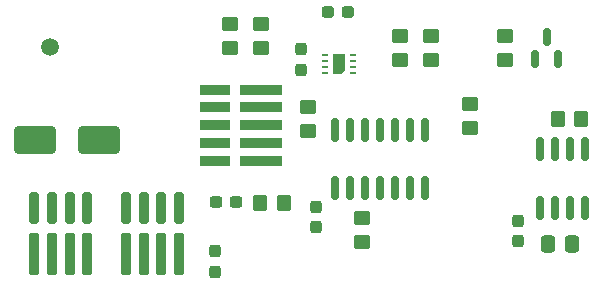
<source format=gbr>
%TF.GenerationSoftware,KiCad,Pcbnew,8.0.6*%
%TF.CreationDate,2025-03-30T17:41:47+02:00*%
%TF.ProjectId,vmc,766d632e-6b69-4636-9164-5f7063625858,rev?*%
%TF.SameCoordinates,Original*%
%TF.FileFunction,Soldermask,Top*%
%TF.FilePolarity,Negative*%
%FSLAX46Y46*%
G04 Gerber Fmt 4.6, Leading zero omitted, Abs format (unit mm)*
G04 Created by KiCad (PCBNEW 8.0.6) date 2025-03-30 17:41:47*
%MOMM*%
%LPD*%
G01*
G04 APERTURE LIST*
G04 Aperture macros list*
%AMRoundRect*
0 Rectangle with rounded corners*
0 $1 Rounding radius*
0 $2 $3 $4 $5 $6 $7 $8 $9 X,Y pos of 4 corners*
0 Add a 4 corners polygon primitive as box body*
4,1,4,$2,$3,$4,$5,$6,$7,$8,$9,$2,$3,0*
0 Add four circle primitives for the rounded corners*
1,1,$1+$1,$2,$3*
1,1,$1+$1,$4,$5*
1,1,$1+$1,$6,$7*
1,1,$1+$1,$8,$9*
0 Add four rect primitives between the rounded corners*
20,1,$1+$1,$2,$3,$4,$5,0*
20,1,$1+$1,$4,$5,$6,$7,0*
20,1,$1+$1,$6,$7,$8,$9,0*
20,1,$1+$1,$8,$9,$2,$3,0*%
%AMFreePoly0*
4,1,6,0.500000,-0.850000,-0.500000,-0.850000,-0.500000,0.550000,-0.200000,0.850000,0.500000,0.850000,0.500000,-0.850000,0.500000,-0.850000,$1*%
G04 Aperture macros list end*
%ADD10RoundRect,0.250000X-0.450000X0.350000X-0.450000X-0.350000X0.450000X-0.350000X0.450000X0.350000X0*%
%ADD11RoundRect,0.250000X0.450000X-0.350000X0.450000X0.350000X-0.450000X0.350000X-0.450000X-0.350000X0*%
%ADD12R,0.550000X0.250000*%
%ADD13FreePoly0,180.000000*%
%ADD14RoundRect,0.150000X-0.150000X0.825000X-0.150000X-0.825000X0.150000X-0.825000X0.150000X0.825000X0*%
%ADD15RoundRect,0.237500X-0.237500X0.300000X-0.237500X-0.300000X0.237500X-0.300000X0.237500X0.300000X0*%
%ADD16RoundRect,0.150000X0.150000X-0.587500X0.150000X0.587500X-0.150000X0.587500X-0.150000X-0.587500X0*%
%ADD17RoundRect,0.250000X0.350000X0.450000X-0.350000X0.450000X-0.350000X-0.450000X0.350000X-0.450000X0*%
%ADD18RoundRect,0.212500X0.212500X1.562500X-0.212500X1.562500X-0.212500X-1.562500X0.212500X-1.562500X0*%
%ADD19RoundRect,0.212500X0.212500X1.112500X-0.212500X1.112500X-0.212500X-1.112500X0.212500X-1.112500X0*%
%ADD20RoundRect,0.150000X0.150000X-0.825000X0.150000X0.825000X-0.150000X0.825000X-0.150000X-0.825000X0*%
%ADD21RoundRect,0.250000X-1.500000X-0.900000X1.500000X-0.900000X1.500000X0.900000X-1.500000X0.900000X0*%
%ADD22RoundRect,0.237500X0.237500X-0.300000X0.237500X0.300000X-0.237500X0.300000X-0.237500X-0.300000X0*%
%ADD23C,1.500000*%
%ADD24R,2.650000X0.850000*%
%ADD25R,3.550000X0.850000*%
%ADD26RoundRect,0.237500X0.287500X0.237500X-0.287500X0.237500X-0.287500X-0.237500X0.287500X-0.237500X0*%
%ADD27RoundRect,0.250000X0.337500X0.475000X-0.337500X0.475000X-0.337500X-0.475000X0.337500X-0.475000X0*%
%ADD28RoundRect,0.237500X-0.300000X-0.237500X0.300000X-0.237500X0.300000X0.237500X-0.300000X0.237500X0*%
%ADD29RoundRect,0.250000X-0.350000X-0.450000X0.350000X-0.450000X0.350000X0.450000X-0.350000X0.450000X0*%
G04 APERTURE END LIST*
D10*
%TO.C,R7*%
X150449000Y-57300000D03*
X150449000Y-59300000D03*
%TD*%
D11*
%TO.C,R4*%
X127100000Y-58300000D03*
X127100000Y-56300000D03*
%TD*%
D12*
%TO.C,U1*%
X137529000Y-60414000D03*
X137529000Y-59914000D03*
X137529000Y-59414000D03*
X137529000Y-58914000D03*
X135179000Y-58914000D03*
X135179000Y-59414000D03*
X135179000Y-59914000D03*
X135179000Y-60414000D03*
D13*
X136354000Y-59664000D03*
%TD*%
D11*
%TO.C,R2*%
X141529000Y-59318000D03*
X141529000Y-57318000D03*
%TD*%
%TO.C,R5*%
X129800000Y-58300000D03*
X129800000Y-56300000D03*
%TD*%
D14*
%TO.C,U4*%
X157169500Y-66868250D03*
X155899500Y-66868250D03*
X154629500Y-66868250D03*
X153359500Y-66868250D03*
X153359500Y-71818250D03*
X154629500Y-71818250D03*
X155899500Y-71818250D03*
X157169500Y-71818250D03*
%TD*%
D15*
%TO.C,C7*%
X151500000Y-72937500D03*
X151500000Y-74662500D03*
%TD*%
D10*
%TO.C,R14*%
X138300000Y-72700000D03*
X138300000Y-74700000D03*
%TD*%
D16*
%TO.C,Q1*%
X153000000Y-59236000D03*
X154900000Y-59236000D03*
X153950000Y-57361000D03*
%TD*%
D10*
%TO.C,R6*%
X133782000Y-63341600D03*
X133782000Y-65341600D03*
%TD*%
D17*
%TO.C,R1*%
X131718000Y-71463000D03*
X129718000Y-71463000D03*
%TD*%
D18*
%TO.C,J3*%
X110577000Y-75784000D03*
D19*
X110577000Y-71884000D03*
D18*
X112077000Y-75784000D03*
D19*
X112077000Y-71884000D03*
D18*
X113577000Y-75784000D03*
D19*
X113577000Y-71884000D03*
D18*
X115077000Y-75784000D03*
D19*
X115077000Y-71884000D03*
%TD*%
D15*
%TO.C,C3*%
X134417000Y-71743500D03*
X134417000Y-73468500D03*
%TD*%
D20*
%TO.C,U2*%
X136068000Y-70178250D03*
X137338000Y-70178250D03*
X138608000Y-70178250D03*
X139878000Y-70178250D03*
X141148000Y-70178250D03*
X142418000Y-70178250D03*
X143688000Y-70178250D03*
X143688000Y-65228250D03*
X142418000Y-65228250D03*
X141148000Y-65228250D03*
X139878000Y-65228250D03*
X138608000Y-65228250D03*
X137338000Y-65228250D03*
X136068000Y-65228250D03*
%TD*%
D21*
%TO.C,D2*%
X110635000Y-66129000D03*
X116035000Y-66129000D03*
%TD*%
D22*
%TO.C,C4*%
X125900000Y-77262500D03*
X125900000Y-75537500D03*
%TD*%
D15*
%TO.C,C1*%
X133147000Y-58435000D03*
X133147000Y-60160000D03*
%TD*%
D11*
%TO.C,R8*%
X147498000Y-65081000D03*
X147498000Y-63081000D03*
%TD*%
D23*
%TO.C,TP1*%
X111938000Y-58255000D03*
%TD*%
D24*
%TO.C,J1*%
X125908000Y-67835000D03*
D25*
X129808000Y-67835000D03*
D24*
X125908000Y-66335000D03*
D25*
X129808000Y-66335000D03*
D24*
X125908000Y-64835000D03*
D25*
X129808000Y-64835000D03*
D24*
X125908000Y-63335000D03*
D25*
X129808000Y-63335000D03*
D24*
X125908000Y-61835000D03*
D25*
X129808000Y-61835000D03*
%TD*%
D26*
%TO.C,D1*%
X137175000Y-55300000D03*
X135425000Y-55300000D03*
%TD*%
D11*
%TO.C,R3*%
X144196000Y-59318000D03*
X144196000Y-57318000D03*
%TD*%
D27*
%TO.C,C6*%
X156100000Y-74900000D03*
X154025000Y-74900000D03*
%TD*%
D28*
%TO.C,C2*%
X125961000Y-71336000D03*
X127686000Y-71336000D03*
%TD*%
D18*
%TO.C,J2*%
X118324000Y-75784000D03*
D19*
X118324000Y-71884000D03*
D18*
X119824000Y-75784000D03*
D19*
X119824000Y-71884000D03*
D18*
X121324000Y-75784000D03*
D19*
X121324000Y-71884000D03*
D18*
X122824000Y-75784000D03*
D19*
X122824000Y-71884000D03*
%TD*%
D29*
%TO.C,R13*%
X154900000Y-64300000D03*
X156900000Y-64300000D03*
%TD*%
M02*

</source>
